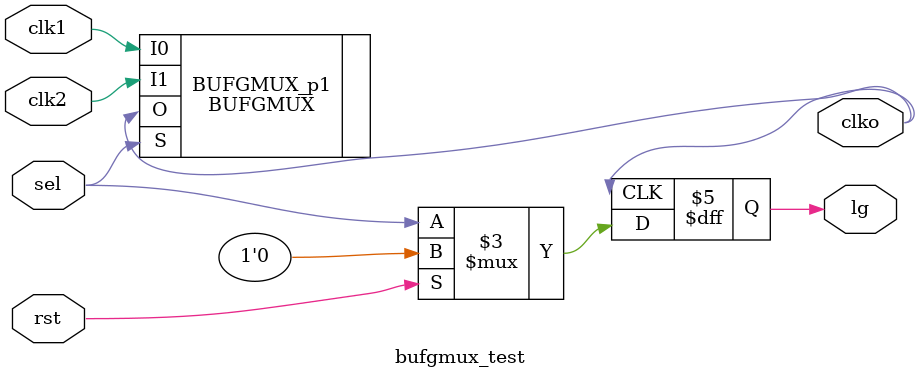
<source format=v>
`timescale 1ns / 1ps
module bufgmux_test(
    input clk1,
    input clk2,
	 input rst,
    output clko,
    input sel,
	 output reg lg
    );
	 
	BUFGMUX #(
      .CLK_SEL_TYPE("SYNC")  // Glitchles ("SYNC") or fast ("ASYNC") clock switch-over
   )
   BUFGMUX_p1 (
      .O(clko),   // 1-bit output: Clock buffer output
      .I0(clk1), // 1-bit input: Clock buffer input (S=0)
      .I1(clk2), // 1-bit input: Clock buffer input (S=1)
      .S(sel)    // 1-bit input: Clock buffer select
   );
	
	always @(posedge clko)
	if ( rst)
		lg <= #1 0;
	else
		lg <= #1 sel;


endmodule

</source>
